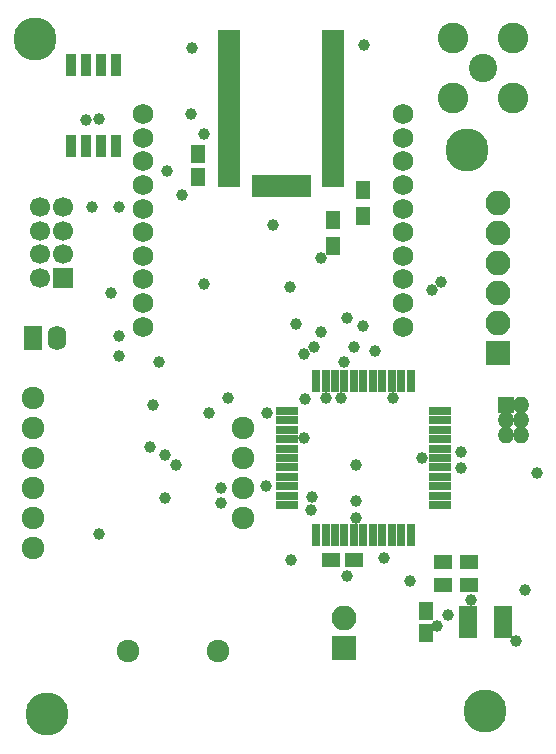
<source format=gbr>
G04 #@! TF.FileFunction,Soldermask,Bot*
%FSLAX46Y46*%
G04 Gerber Fmt 4.6, Leading zero omitted, Abs format (unit mm)*
G04 Created by KiCad (PCBNEW 4.0.6) date Thu Dec 28 13:12:25 2017*
%MOMM*%
%LPD*%
G01*
G04 APERTURE LIST*
%ADD10C,0.128000*%
%ADD11C,1.924000*%
%ADD12R,0.950000X1.900000*%
%ADD13R,0.800000X1.900000*%
%ADD14R,1.900000X0.800000*%
%ADD15R,1.650000X0.670000*%
%ADD16R,1.100000X1.900000*%
%ADD17R,1.900000X1.100000*%
%ADD18R,1.900000X1.400000*%
%ADD19C,1.727200*%
%ADD20R,1.400000X1.400000*%
%ADD21O,1.400000X1.400000*%
%ADD22R,2.100000X2.100000*%
%ADD23O,2.100000X2.100000*%
%ADD24R,1.600000X1.150000*%
%ADD25R,1.150000X1.600000*%
%ADD26R,1.600000X1.300000*%
%ADD27R,1.700000X1.700000*%
%ADD28C,1.700000*%
%ADD29C,2.600000*%
%ADD30C,2.400000*%
%ADD31R,1.300000X1.600000*%
%ADD32C,1.000000*%
%ADD33R,1.600000X2.100000*%
%ADD34O,1.600000X2.100000*%
%ADD35C,3.650000*%
G04 APERTURE END LIST*
D10*
D11*
X145161000Y-110363000D03*
X152781000Y-110363000D03*
D12*
X144145000Y-60735000D03*
X144145000Y-67535000D03*
X142875000Y-60735000D03*
X142875000Y-67535000D03*
X141605000Y-60735000D03*
X141605000Y-67535000D03*
X140335000Y-60735000D03*
X140335000Y-67535000D03*
D13*
X169100000Y-100480000D03*
X168300000Y-100480000D03*
X167500000Y-100480000D03*
X166700000Y-100480000D03*
X165900000Y-100480000D03*
X165100000Y-100480000D03*
X164300000Y-100480000D03*
X163500000Y-100480000D03*
X162700000Y-100480000D03*
X161900000Y-100480000D03*
X161100000Y-100480000D03*
D14*
X158600000Y-97980000D03*
X158600000Y-97180000D03*
X158600000Y-96380000D03*
X158600000Y-95580000D03*
X158600000Y-94780000D03*
X158600000Y-93980000D03*
X158600000Y-93180000D03*
X158600000Y-92380000D03*
X158600000Y-91580000D03*
X158600000Y-90780000D03*
X158600000Y-89980000D03*
D13*
X161100000Y-87480000D03*
X161900000Y-87480000D03*
X162700000Y-87480000D03*
X163500000Y-87480000D03*
X164300000Y-87480000D03*
X165100000Y-87480000D03*
X165900000Y-87480000D03*
X166700000Y-87480000D03*
X167500000Y-87480000D03*
X168300000Y-87480000D03*
X169100000Y-87480000D03*
D14*
X171600000Y-89980000D03*
X171600000Y-90780000D03*
X171600000Y-91580000D03*
X171600000Y-92380000D03*
X171600000Y-93180000D03*
X171600000Y-93980000D03*
X171600000Y-94780000D03*
X171600000Y-95580000D03*
X171600000Y-96380000D03*
X171600000Y-97180000D03*
X171600000Y-97980000D03*
D15*
X176950500Y-108886500D03*
X173950500Y-108886500D03*
X176950500Y-108386500D03*
X173950500Y-108386500D03*
X176950500Y-107886500D03*
X173950500Y-107886500D03*
X176950500Y-107386500D03*
X173950500Y-107386500D03*
X176950500Y-106886500D03*
X173950500Y-106886500D03*
D16*
X160160000Y-70970000D03*
D17*
X153760000Y-70570000D03*
X153760000Y-69570000D03*
X153760000Y-68570000D03*
X153760000Y-67570000D03*
X153760000Y-66570000D03*
X153760000Y-65570000D03*
X153760000Y-64570000D03*
X153760000Y-63570000D03*
X153760000Y-62570000D03*
X153760000Y-61570000D03*
X153760000Y-60570000D03*
X153760000Y-59570000D03*
D18*
X153760000Y-58420000D03*
X162560000Y-58420000D03*
D17*
X162560000Y-59570000D03*
X162560000Y-60570000D03*
X162560000Y-61570000D03*
X162560000Y-62570000D03*
X162560000Y-63570000D03*
X162560000Y-64570000D03*
X162560000Y-65570000D03*
X162560000Y-66570000D03*
X162560000Y-67570000D03*
X162560000Y-68570000D03*
X162560000Y-69570000D03*
X162560000Y-70570000D03*
D16*
X159160000Y-70970000D03*
X158160000Y-70970000D03*
X157160000Y-70970000D03*
X156160000Y-70970000D03*
D19*
X168478200Y-82864960D03*
X168478200Y-80863440D03*
X168478200Y-78864460D03*
X168478200Y-76862940D03*
X168478200Y-74863960D03*
X168478200Y-72864980D03*
X168478200Y-70863460D03*
X168478200Y-68864480D03*
X168478200Y-66862960D03*
X168478200Y-64863980D03*
X146481800Y-64863980D03*
X146481800Y-66862960D03*
X146481800Y-68864480D03*
X146481800Y-70863460D03*
X146481800Y-72864980D03*
X146481800Y-74863960D03*
X146481800Y-76862940D03*
X146481800Y-78864460D03*
X146481800Y-80863440D03*
X146481800Y-82864960D03*
D20*
X177165000Y-89535000D03*
D21*
X178435000Y-89535000D03*
X177165000Y-90805000D03*
X178435000Y-90805000D03*
X177165000Y-92075000D03*
X178435000Y-92075000D03*
D22*
X176530000Y-85090000D03*
D23*
X176530000Y-82550000D03*
X176530000Y-80010000D03*
X176530000Y-77470000D03*
X176530000Y-74930000D03*
X176530000Y-72390000D03*
D24*
X162372000Y-102616000D03*
X164272000Y-102616000D03*
D25*
X170370500Y-108836500D03*
X170370500Y-106936500D03*
D26*
X171810500Y-104711500D03*
X174010500Y-104711500D03*
X174010500Y-102806500D03*
X171810500Y-102806500D03*
D11*
X137160000Y-101600000D03*
X137160000Y-99060000D03*
X137160000Y-96520000D03*
X137160000Y-93980000D03*
X137160000Y-91440000D03*
X137160000Y-88900000D03*
X154940000Y-91440000D03*
X154940000Y-93980000D03*
X154940000Y-96520000D03*
X154940000Y-99060000D03*
D27*
X139700000Y-78740000D03*
D28*
X139700000Y-76740000D03*
X139700000Y-74740000D03*
X139700000Y-72740000D03*
X137700000Y-78740000D03*
X137700000Y-76740000D03*
X137700000Y-74740000D03*
X137700000Y-72740000D03*
D29*
X172720000Y-63500000D03*
X172720000Y-58420000D03*
X177800000Y-58420000D03*
X177800000Y-63500000D03*
D30*
X175260000Y-60960000D03*
D31*
X165100000Y-71290000D03*
X165100000Y-73490000D03*
X162560000Y-73830000D03*
X162560000Y-76030000D03*
D25*
X151130000Y-70165000D03*
X151130000Y-68265000D03*
D32*
X152019000Y-90170000D03*
X165163500Y-58991500D03*
X150558500Y-59245500D03*
D22*
X163449000Y-110109000D03*
D23*
X163449000Y-107569000D03*
D33*
X137160000Y-83820000D03*
D34*
X139160000Y-83820000D03*
D32*
X166878000Y-102489000D03*
X151638000Y-66548000D03*
X160147000Y-89027000D03*
D35*
X138303000Y-115697000D03*
X173863000Y-67945000D03*
X137287000Y-58547000D03*
X175387000Y-115443000D03*
D32*
X151638000Y-79247998D03*
X173355000Y-94869000D03*
X179832000Y-95250000D03*
X160782000Y-97282000D03*
X160039021Y-92329000D03*
X159004000Y-102616000D03*
X167640000Y-88900000D03*
X174180500Y-105981500D03*
X149733000Y-71755000D03*
X148463000Y-69723000D03*
X150495000Y-64897000D03*
X153670000Y-88900000D03*
X165099998Y-82804000D03*
X161543998Y-83312000D03*
X166116000Y-84963000D03*
X163703000Y-82169000D03*
X173355000Y-93472000D03*
X159385000Y-82677000D03*
X169037000Y-104374979D03*
X157480000Y-74295000D03*
X161925000Y-88900000D03*
X163195000Y-88900000D03*
X160655000Y-98425000D03*
X170053000Y-93980000D03*
X178054000Y-109474000D03*
X158877000Y-79502000D03*
X161544000Y-77089000D03*
X172275500Y-107251500D03*
X171323000Y-108204000D03*
X170942000Y-79756000D03*
X142748000Y-65278000D03*
X171704004Y-79121000D03*
X141605000Y-65405000D03*
X156972000Y-90170000D03*
X142748000Y-100457000D03*
X149225000Y-94615000D03*
X147066000Y-93091000D03*
X156845000Y-96393002D03*
X148336001Y-97408999D03*
X148336000Y-93726000D03*
X153035000Y-97790000D03*
X153035000Y-96520000D03*
X147320000Y-89535000D03*
X144399000Y-85314010D03*
X142113000Y-72771000D03*
X143764000Y-80010000D03*
X160909000Y-84582000D03*
X164338000Y-84582000D03*
X144399000Y-72771000D03*
X147828000Y-85852000D03*
X163449000Y-85852000D03*
X160039021Y-85217000D03*
X144399002Y-83693000D03*
X163703000Y-103944968D03*
X164465000Y-97663000D03*
X164465000Y-99060000D03*
X164465000Y-94615000D03*
X178816000Y-105156000D03*
M02*

</source>
